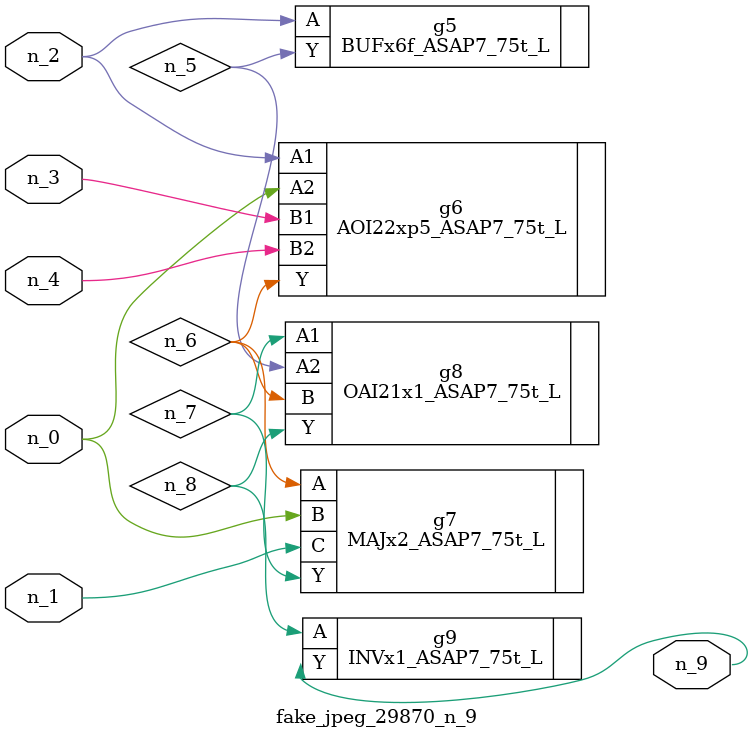
<source format=v>
module fake_jpeg_29870_n_9 (n_3, n_2, n_1, n_0, n_4, n_9);

input n_3;
input n_2;
input n_1;
input n_0;
input n_4;

output n_9;

wire n_8;
wire n_6;
wire n_5;
wire n_7;

BUFx6f_ASAP7_75t_L g5 ( 
.A(n_2),
.Y(n_5)
);

AOI22xp5_ASAP7_75t_L g6 ( 
.A1(n_2),
.A2(n_0),
.B1(n_3),
.B2(n_4),
.Y(n_6)
);

MAJx2_ASAP7_75t_L g7 ( 
.A(n_6),
.B(n_0),
.C(n_1),
.Y(n_7)
);

OAI21x1_ASAP7_75t_L g8 ( 
.A1(n_7),
.A2(n_5),
.B(n_6),
.Y(n_8)
);

INVx1_ASAP7_75t_L g9 ( 
.A(n_8),
.Y(n_9)
);


endmodule
</source>
